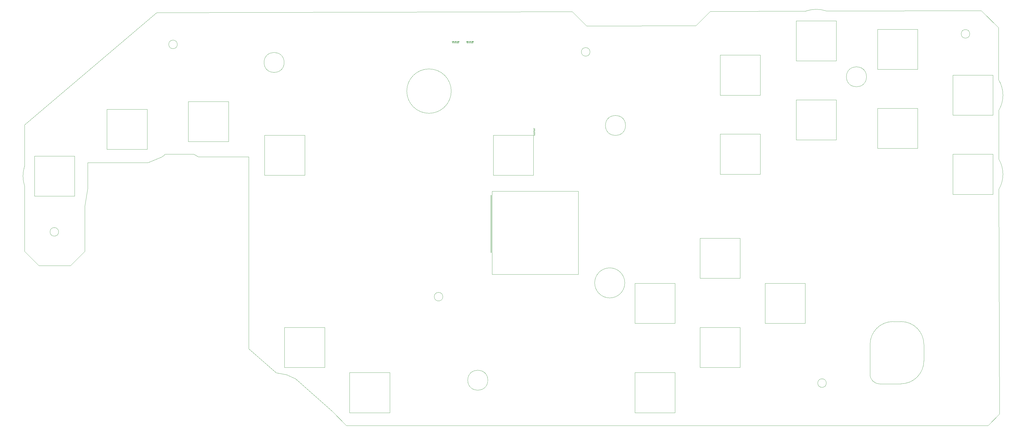
<source format=gbr>
G04 #@! TF.GenerationSoftware,KiCad,Pcbnew,(6.0.7)*
G04 #@! TF.CreationDate,2023-01-13T02:25:48-06:00*
G04 #@! TF.ProjectId,OpenRectangle,4f70656e-5265-4637-9461-6e676c652e6b,rev?*
G04 #@! TF.SameCoordinates,Original*
G04 #@! TF.FileFunction,Other,Comment*
%FSLAX46Y46*%
G04 Gerber Fmt 4.6, Leading zero omitted, Abs format (unit mm)*
G04 Created by KiCad (PCBNEW (6.0.7)) date 2023-01-13 02:25:48*
%MOMM*%
%LPD*%
G01*
G04 APERTURE LIST*
%ADD10C,0.100000*%
%ADD11C,0.150000*%
%ADD12C,0.030000*%
%ADD13C,0.070000*%
G04 APERTURE END LIST*
D10*
X325513500Y-44322866D02*
X339513500Y-44322866D01*
X118673500Y-41928866D02*
G75*
G03*
X118673500Y-41928866I-3500000J0D01*
G01*
X176923500Y-51928866D02*
G75*
G03*
X176923500Y-51928866I-7750000J0D01*
G01*
X240938500Y-133062866D02*
X254938500Y-133062866D01*
X173996134Y-123745862D02*
G75*
G03*
X173996134Y-123745862I-1500000J0D01*
G01*
X341673534Y-140428866D02*
G75*
G03*
X333673503Y-132428866I-8000034J-34D01*
G01*
X140396446Y-168739635D02*
X135475773Y-163818962D01*
X132805500Y-148477866D02*
X132805500Y-134477866D01*
X88702964Y-74878792D02*
X87173499Y-73928865D01*
X115908718Y-150308906D02*
X106304608Y-141928866D01*
X191578500Y-67326866D02*
X191578500Y-81326866D01*
X270640500Y-39343866D02*
X270640500Y-53343866D01*
X50173498Y-76928865D02*
X50173498Y-85928865D01*
X367667800Y-29778324D02*
X367713776Y-47912903D01*
X339513500Y-71932866D02*
X339513500Y-57932866D01*
X106304608Y-141928866D02*
X106304608Y-74878792D01*
X221173501Y-115928866D02*
X221173501Y-86928865D01*
X277625500Y-117292866D02*
X277625500Y-103292866D01*
X191173500Y-86928865D02*
X191173500Y-115928866D01*
X365736500Y-73968866D02*
X351736500Y-73968866D01*
X70918500Y-72289866D02*
X70918500Y-58289866D01*
X325513500Y-57932866D02*
X325513500Y-71932866D01*
X322923534Y-150928866D02*
G75*
G03*
X326173500Y-154178866I3249966J-34D01*
G01*
X225290238Y-38224765D02*
G75*
G03*
X225290238Y-38224765I-1500000J0D01*
G01*
X330923500Y-132428900D02*
G75*
G03*
X322923500Y-140428866I0J-8000000D01*
G01*
X240938500Y-164247866D02*
X254938500Y-164247866D01*
X191578500Y-81326866D02*
X205578500Y-81326866D01*
X270640500Y-53343866D02*
X284640500Y-53343866D01*
X141493500Y-164246866D02*
X155493500Y-164246866D01*
X33173498Y-112928865D02*
X28173498Y-107928865D01*
X240938500Y-119062866D02*
X240938500Y-133062866D01*
X205578500Y-67326866D02*
X191578500Y-67326866D01*
X263625500Y-103292866D02*
X263625500Y-117292866D01*
D11*
X190860000Y-88285000D02*
X190860000Y-108315000D01*
D10*
X76104764Y-74878792D02*
X71173499Y-76928865D01*
X284640500Y-80952866D02*
X284640500Y-66952866D01*
X286282500Y-133062866D02*
X300282500Y-133062866D01*
X364020105Y-168739635D02*
X140396446Y-168739635D01*
X28173498Y-63718031D02*
X74218180Y-24528329D01*
X28173500Y-78204101D02*
G75*
G03*
X28173498Y-84981632I10465000J-3388769D01*
G01*
X333673503Y-154178903D02*
G75*
G03*
X341673503Y-146178866I-3J8000003D01*
G01*
X367741305Y-58759258D02*
G75*
G03*
X367713776Y-47912903I-9004805J5400358D01*
G01*
X270640500Y-66952866D02*
X270640500Y-80952866D01*
X118805500Y-148477866D02*
X132805500Y-148477866D01*
X191173500Y-115928866D02*
X221173501Y-115928866D01*
X49173498Y-92121746D02*
X49173498Y-107928865D01*
X311158500Y-68957866D02*
X311158500Y-54957866D01*
X111846500Y-67326866D02*
X111846500Y-81326866D01*
X189673500Y-152928866D02*
G75*
G03*
X189673500Y-152928866I-3500000J0D01*
G01*
X311158500Y-41347866D02*
X311158500Y-27347866D01*
X81438656Y-35609145D02*
G75*
G03*
X81438656Y-35609145I-1500000J0D01*
G01*
X85274500Y-55563866D02*
X85274500Y-69563866D01*
X28173498Y-107928865D02*
X28173498Y-84981632D01*
X99274500Y-69563866D02*
X99274500Y-55563866D01*
X297158500Y-68957866D02*
X311158500Y-68957866D01*
X44173498Y-112928865D02*
X33173498Y-112928865D01*
X135475773Y-163818962D02*
X122673499Y-152428866D01*
X237673500Y-63928866D02*
G75*
G03*
X237673500Y-63928866I-3500000J0D01*
G01*
X341673503Y-146178866D02*
X341673503Y-140428866D01*
X263625500Y-117292866D02*
X277625500Y-117292866D01*
X307708268Y-23936375D02*
X361688997Y-23799520D01*
X40051918Y-101092807D02*
G75*
G03*
X40051918Y-101092807I-1500000J0D01*
G01*
X237423500Y-118928866D02*
G75*
G03*
X237423500Y-118928866I-5250000J0D01*
G01*
X365736500Y-46358866D02*
X351736500Y-46358866D01*
X263625500Y-134477866D02*
X263625500Y-148477866D01*
X205578500Y-81326866D02*
X205578500Y-67326866D01*
X351736500Y-73968866D02*
X351736500Y-87968866D01*
X351736500Y-60358866D02*
X365736500Y-60358866D01*
X191578500Y-81326866D02*
X205578500Y-81326866D01*
X71173499Y-76928865D02*
X50173498Y-76928865D01*
X155493500Y-150246866D02*
X141493500Y-150246866D01*
X31638500Y-74592866D02*
X31638500Y-88592866D01*
X141493500Y-150246866D02*
X141493500Y-164246866D01*
X262173501Y-29051817D02*
X267173485Y-24039140D01*
X50173498Y-85928865D02*
X49173498Y-92121746D01*
X325513500Y-30322866D02*
X325513500Y-44322866D01*
X307673502Y-153928866D02*
G75*
G03*
X307673502Y-153928866I-1500000J0D01*
G01*
X267173485Y-24039140D02*
X300555987Y-23954508D01*
X367810973Y-86251284D02*
X368009960Y-164739651D01*
X28173498Y-78204100D02*
X28173498Y-63718031D01*
X240938500Y-150247866D02*
X240938500Y-164247866D01*
X326173500Y-154178866D02*
X333673503Y-154178866D01*
X311158500Y-27347866D02*
X297158500Y-27347866D01*
X74218180Y-24528329D02*
X219057856Y-24161125D01*
X205578500Y-67326866D02*
X191578500Y-67326866D01*
X45638500Y-88592866D02*
X45638500Y-74592866D01*
X31638500Y-88592866D02*
X45638500Y-88592866D01*
X70918500Y-58289866D02*
X56918500Y-58289866D01*
X56918500Y-72289866D02*
X70918500Y-72289866D01*
X191578500Y-67326866D02*
X191578500Y-81326866D01*
X254938500Y-119062866D02*
X240938500Y-119062866D01*
X119517015Y-150994132D02*
X115908718Y-150308906D01*
X277625500Y-103292866D02*
X263625500Y-103292866D01*
X125846500Y-81326866D02*
X125846500Y-67326866D01*
X367811002Y-86251301D02*
G75*
G03*
X367784072Y-75640505I-9074502J5282401D01*
G01*
X300282500Y-133062866D02*
X300282500Y-119062866D01*
X351736500Y-87968866D02*
X365736500Y-87968866D01*
X45638500Y-74592866D02*
X31638500Y-74592866D01*
X339513500Y-30322866D02*
X325513500Y-30322866D01*
X325513500Y-71932866D02*
X339513500Y-71932866D01*
X311158500Y-54957866D02*
X297158500Y-54957866D01*
X221173501Y-86928865D02*
X191173500Y-86928865D01*
X300282500Y-119062866D02*
X286282500Y-119062866D01*
X254938500Y-150247866D02*
X240938500Y-150247866D01*
X297158500Y-54957866D02*
X297158500Y-68957866D01*
X122673499Y-152428866D02*
X119517015Y-150994132D01*
X297158500Y-41347866D02*
X311158500Y-41347866D01*
X118805500Y-134477866D02*
X118805500Y-148477866D01*
X365736500Y-60358866D02*
X365736500Y-46358866D01*
X339513500Y-44322866D02*
X339513500Y-30322866D01*
X205578500Y-81326866D02*
X205578500Y-67326866D01*
X106304608Y-74878792D02*
X88702964Y-74878792D01*
X365736500Y-87968866D02*
X365736500Y-73968866D01*
X351736500Y-46358866D02*
X351736500Y-60358866D01*
X277625500Y-148477866D02*
X277625500Y-134477866D01*
X321673500Y-46928866D02*
G75*
G03*
X321673500Y-46928866I-3500000J0D01*
G01*
X132805500Y-134477866D02*
X118805500Y-134477866D01*
X56918500Y-58289866D02*
X56918500Y-72289866D01*
X368009960Y-164739651D02*
X364020105Y-168739635D01*
X155493500Y-164246866D02*
X155493500Y-150246866D01*
X286282500Y-119062866D02*
X286282500Y-133062866D01*
X322923500Y-140428866D02*
X322923500Y-150928866D01*
X339513500Y-57932866D02*
X325513500Y-57932866D01*
X219057856Y-24161125D02*
X224057840Y-29148449D01*
X87173499Y-73928865D02*
X77173499Y-73928865D01*
X254938500Y-164247866D02*
X254938500Y-150247866D01*
X361688997Y-23799520D02*
X367667800Y-29778324D01*
X284640500Y-53343866D02*
X284640500Y-39343866D01*
X284640500Y-66952866D02*
X270640500Y-66952866D01*
X77173499Y-73928865D02*
X76104764Y-74878792D01*
X85274500Y-69563866D02*
X99274500Y-69563866D01*
X263625500Y-148477866D02*
X277625500Y-148477866D01*
X284640500Y-39343866D02*
X270640500Y-39343866D01*
X111846500Y-81326866D02*
X125846500Y-81326866D01*
X125846500Y-67326866D02*
X111846500Y-67326866D01*
X270640500Y-80952866D02*
X284640500Y-80952866D01*
X277625500Y-134477866D02*
X263625500Y-134477866D01*
X49173498Y-107928865D02*
X44173498Y-112928865D01*
X357673500Y-31928866D02*
G75*
G03*
X357673500Y-31928866I-1500000J0D01*
G01*
X254938500Y-133062866D02*
X254938500Y-119062866D01*
X307708268Y-23936375D02*
G75*
G03*
X300555987Y-23954508I-3549768J-10411525D01*
G01*
X224057840Y-29148449D02*
X262173501Y-29051817D01*
X367741274Y-58759240D02*
X367784072Y-75640505D01*
X333673503Y-132428866D02*
X330923500Y-132428866D01*
X99274500Y-55563866D02*
X85274500Y-55563866D01*
X297158500Y-27347866D02*
X297158500Y-41347866D01*
D12*
G04 #@! TO.C,SW41*
X177215714Y-34710476D02*
X177215714Y-34510476D01*
X177330000Y-34710476D02*
X177244285Y-34596190D01*
X177330000Y-34510476D02*
X177215714Y-34624761D01*
X177415714Y-34605714D02*
X177482380Y-34605714D01*
X177510952Y-34710476D02*
X177415714Y-34710476D01*
X177415714Y-34510476D01*
X177510952Y-34510476D01*
X177596666Y-34605714D02*
X177663333Y-34605714D01*
X177691904Y-34710476D02*
X177596666Y-34710476D01*
X177596666Y-34510476D01*
X177691904Y-34510476D01*
X177777619Y-34710476D02*
X177777619Y-34510476D01*
X177853809Y-34510476D01*
X177872857Y-34520000D01*
X177882380Y-34529523D01*
X177891904Y-34548571D01*
X177891904Y-34577142D01*
X177882380Y-34596190D01*
X177872857Y-34605714D01*
X177853809Y-34615238D01*
X177777619Y-34615238D01*
X177977619Y-34634285D02*
X178130000Y-34634285D01*
X178263333Y-34510476D02*
X178301428Y-34510476D01*
X178320476Y-34520000D01*
X178339523Y-34539047D01*
X178349047Y-34577142D01*
X178349047Y-34643809D01*
X178339523Y-34681904D01*
X178320476Y-34700952D01*
X178301428Y-34710476D01*
X178263333Y-34710476D01*
X178244285Y-34700952D01*
X178225238Y-34681904D01*
X178215714Y-34643809D01*
X178215714Y-34577142D01*
X178225238Y-34539047D01*
X178244285Y-34520000D01*
X178263333Y-34510476D01*
X178434761Y-34510476D02*
X178434761Y-34672380D01*
X178444285Y-34691428D01*
X178453809Y-34700952D01*
X178472857Y-34710476D01*
X178510952Y-34710476D01*
X178530000Y-34700952D01*
X178539523Y-34691428D01*
X178549047Y-34672380D01*
X178549047Y-34510476D01*
X178615714Y-34510476D02*
X178730000Y-34510476D01*
X178672857Y-34710476D02*
X178672857Y-34510476D01*
X178930000Y-34510476D02*
X179063333Y-34510476D01*
X178930000Y-34710476D01*
X179063333Y-34710476D01*
X179177619Y-34510476D02*
X179215714Y-34510476D01*
X179234761Y-34520000D01*
X179253809Y-34539047D01*
X179263333Y-34577142D01*
X179263333Y-34643809D01*
X179253809Y-34681904D01*
X179234761Y-34700952D01*
X179215714Y-34710476D01*
X179177619Y-34710476D01*
X179158571Y-34700952D01*
X179139523Y-34681904D01*
X179130000Y-34643809D01*
X179130000Y-34577142D01*
X179139523Y-34539047D01*
X179158571Y-34520000D01*
X179177619Y-34510476D01*
X179349047Y-34710476D02*
X179349047Y-34510476D01*
X179463333Y-34710476D01*
X179463333Y-34510476D01*
X179558571Y-34605714D02*
X179625238Y-34605714D01*
X179653809Y-34710476D02*
X179558571Y-34710476D01*
X179558571Y-34510476D01*
X179653809Y-34510476D01*
X182215714Y-34710476D02*
X182215714Y-34510476D01*
X182330000Y-34710476D02*
X182244285Y-34596190D01*
X182330000Y-34510476D02*
X182215714Y-34624761D01*
X182415714Y-34605714D02*
X182482380Y-34605714D01*
X182510952Y-34710476D02*
X182415714Y-34710476D01*
X182415714Y-34510476D01*
X182510952Y-34510476D01*
X182596666Y-34605714D02*
X182663333Y-34605714D01*
X182691904Y-34710476D02*
X182596666Y-34710476D01*
X182596666Y-34510476D01*
X182691904Y-34510476D01*
X182777619Y-34710476D02*
X182777619Y-34510476D01*
X182853809Y-34510476D01*
X182872857Y-34520000D01*
X182882380Y-34529523D01*
X182891904Y-34548571D01*
X182891904Y-34577142D01*
X182882380Y-34596190D01*
X182872857Y-34605714D01*
X182853809Y-34615238D01*
X182777619Y-34615238D01*
X182977619Y-34634285D02*
X183130000Y-34634285D01*
X183263333Y-34510476D02*
X183301428Y-34510476D01*
X183320476Y-34520000D01*
X183339523Y-34539047D01*
X183349047Y-34577142D01*
X183349047Y-34643809D01*
X183339523Y-34681904D01*
X183320476Y-34700952D01*
X183301428Y-34710476D01*
X183263333Y-34710476D01*
X183244285Y-34700952D01*
X183225238Y-34681904D01*
X183215714Y-34643809D01*
X183215714Y-34577142D01*
X183225238Y-34539047D01*
X183244285Y-34520000D01*
X183263333Y-34510476D01*
X183434761Y-34510476D02*
X183434761Y-34672380D01*
X183444285Y-34691428D01*
X183453809Y-34700952D01*
X183472857Y-34710476D01*
X183510952Y-34710476D01*
X183530000Y-34700952D01*
X183539523Y-34691428D01*
X183549047Y-34672380D01*
X183549047Y-34510476D01*
X183615714Y-34510476D02*
X183730000Y-34510476D01*
X183672857Y-34710476D02*
X183672857Y-34510476D01*
X183930000Y-34510476D02*
X184063333Y-34510476D01*
X183930000Y-34710476D01*
X184063333Y-34710476D01*
X184177619Y-34510476D02*
X184215714Y-34510476D01*
X184234761Y-34520000D01*
X184253809Y-34539047D01*
X184263333Y-34577142D01*
X184263333Y-34643809D01*
X184253809Y-34681904D01*
X184234761Y-34700952D01*
X184215714Y-34710476D01*
X184177619Y-34710476D01*
X184158571Y-34700952D01*
X184139523Y-34681904D01*
X184130000Y-34643809D01*
X184130000Y-34577142D01*
X184139523Y-34539047D01*
X184158571Y-34520000D01*
X184177619Y-34510476D01*
X184349047Y-34710476D02*
X184349047Y-34510476D01*
X184463333Y-34710476D01*
X184463333Y-34510476D01*
X184558571Y-34605714D02*
X184625238Y-34605714D01*
X184653809Y-34710476D02*
X184558571Y-34710476D01*
X184558571Y-34510476D01*
X184653809Y-34510476D01*
X177349047Y-35110476D02*
X177349047Y-34910476D01*
X177463333Y-35110476D01*
X177463333Y-34910476D01*
X177587142Y-35110476D02*
X177568095Y-35100952D01*
X177558571Y-35091428D01*
X177549047Y-35072380D01*
X177549047Y-35015238D01*
X177558571Y-34996190D01*
X177568095Y-34986666D01*
X177587142Y-34977142D01*
X177615714Y-34977142D01*
X177634761Y-34986666D01*
X177644285Y-34996190D01*
X177653809Y-35015238D01*
X177653809Y-35072380D01*
X177644285Y-35091428D01*
X177634761Y-35100952D01*
X177615714Y-35110476D01*
X177587142Y-35110476D01*
X177958571Y-35005714D02*
X177891904Y-35005714D01*
X177891904Y-35110476D02*
X177891904Y-34910476D01*
X177987142Y-34910476D01*
X178063333Y-35091428D02*
X178072857Y-35100952D01*
X178063333Y-35110476D01*
X178053809Y-35100952D01*
X178063333Y-35091428D01*
X178063333Y-35110476D01*
X178272857Y-35091428D02*
X178263333Y-35100952D01*
X178234761Y-35110476D01*
X178215714Y-35110476D01*
X178187142Y-35100952D01*
X178168095Y-35081904D01*
X178158571Y-35062857D01*
X178149047Y-35024761D01*
X178149047Y-34996190D01*
X178158571Y-34958095D01*
X178168095Y-34939047D01*
X178187142Y-34920000D01*
X178215714Y-34910476D01*
X178234761Y-34910476D01*
X178263333Y-34920000D01*
X178272857Y-34929523D01*
X178444285Y-34977142D02*
X178444285Y-35110476D01*
X178358571Y-34977142D02*
X178358571Y-35081904D01*
X178368095Y-35100952D01*
X178387142Y-35110476D01*
X178415714Y-35110476D01*
X178434761Y-35100952D01*
X178444285Y-35091428D01*
X178663333Y-34977142D02*
X178739523Y-34977142D01*
X178691904Y-34910476D02*
X178691904Y-35081904D01*
X178701428Y-35100952D01*
X178720476Y-35110476D01*
X178739523Y-35110476D01*
X178806190Y-35110476D02*
X178806190Y-34977142D01*
X178806190Y-35015238D02*
X178815714Y-34996190D01*
X178825238Y-34986666D01*
X178844285Y-34977142D01*
X178863333Y-34977142D01*
X179015714Y-35110476D02*
X179015714Y-35005714D01*
X179006190Y-34986666D01*
X178987142Y-34977142D01*
X178949047Y-34977142D01*
X178930000Y-34986666D01*
X179015714Y-35100952D02*
X178996666Y-35110476D01*
X178949047Y-35110476D01*
X178930000Y-35100952D01*
X178920476Y-35081904D01*
X178920476Y-35062857D01*
X178930000Y-35043809D01*
X178949047Y-35034285D01*
X178996666Y-35034285D01*
X179015714Y-35024761D01*
X179196666Y-35100952D02*
X179177619Y-35110476D01*
X179139523Y-35110476D01*
X179120476Y-35100952D01*
X179110952Y-35091428D01*
X179101428Y-35072380D01*
X179101428Y-35015238D01*
X179110952Y-34996190D01*
X179120476Y-34986666D01*
X179139523Y-34977142D01*
X179177619Y-34977142D01*
X179196666Y-34986666D01*
X179282380Y-35110476D02*
X179282380Y-34910476D01*
X179301428Y-35034285D02*
X179358571Y-35110476D01*
X179358571Y-34977142D02*
X179282380Y-35053333D01*
X179434761Y-35100952D02*
X179453809Y-35110476D01*
X179491904Y-35110476D01*
X179510952Y-35100952D01*
X179520476Y-35081904D01*
X179520476Y-35072380D01*
X179510952Y-35053333D01*
X179491904Y-35043809D01*
X179463333Y-35043809D01*
X179444285Y-35034285D01*
X179434761Y-35015238D01*
X179434761Y-35005714D01*
X179444285Y-34986666D01*
X179463333Y-34977142D01*
X179491904Y-34977142D01*
X179510952Y-34986666D01*
X182349047Y-35110476D02*
X182349047Y-34910476D01*
X182463333Y-35110476D01*
X182463333Y-34910476D01*
X182587142Y-35110476D02*
X182568095Y-35100952D01*
X182558571Y-35091428D01*
X182549047Y-35072380D01*
X182549047Y-35015238D01*
X182558571Y-34996190D01*
X182568095Y-34986666D01*
X182587142Y-34977142D01*
X182615714Y-34977142D01*
X182634761Y-34986666D01*
X182644285Y-34996190D01*
X182653809Y-35015238D01*
X182653809Y-35072380D01*
X182644285Y-35091428D01*
X182634761Y-35100952D01*
X182615714Y-35110476D01*
X182587142Y-35110476D01*
X182958571Y-35005714D02*
X182891904Y-35005714D01*
X182891904Y-35110476D02*
X182891904Y-34910476D01*
X182987142Y-34910476D01*
X183063333Y-35091428D02*
X183072857Y-35100952D01*
X183063333Y-35110476D01*
X183053809Y-35100952D01*
X183063333Y-35091428D01*
X183063333Y-35110476D01*
X183272857Y-35091428D02*
X183263333Y-35100952D01*
X183234761Y-35110476D01*
X183215714Y-35110476D01*
X183187142Y-35100952D01*
X183168095Y-35081904D01*
X183158571Y-35062857D01*
X183149047Y-35024761D01*
X183149047Y-34996190D01*
X183158571Y-34958095D01*
X183168095Y-34939047D01*
X183187142Y-34920000D01*
X183215714Y-34910476D01*
X183234761Y-34910476D01*
X183263333Y-34920000D01*
X183272857Y-34929523D01*
X183444285Y-34977142D02*
X183444285Y-35110476D01*
X183358571Y-34977142D02*
X183358571Y-35081904D01*
X183368095Y-35100952D01*
X183387142Y-35110476D01*
X183415714Y-35110476D01*
X183434761Y-35100952D01*
X183444285Y-35091428D01*
X183663333Y-34977142D02*
X183739523Y-34977142D01*
X183691904Y-34910476D02*
X183691904Y-35081904D01*
X183701428Y-35100952D01*
X183720476Y-35110476D01*
X183739523Y-35110476D01*
X183806190Y-35110476D02*
X183806190Y-34977142D01*
X183806190Y-35015238D02*
X183815714Y-34996190D01*
X183825238Y-34986666D01*
X183844285Y-34977142D01*
X183863333Y-34977142D01*
X184015714Y-35110476D02*
X184015714Y-35005714D01*
X184006190Y-34986666D01*
X183987142Y-34977142D01*
X183949047Y-34977142D01*
X183930000Y-34986666D01*
X184015714Y-35100952D02*
X183996666Y-35110476D01*
X183949047Y-35110476D01*
X183930000Y-35100952D01*
X183920476Y-35081904D01*
X183920476Y-35062857D01*
X183930000Y-35043809D01*
X183949047Y-35034285D01*
X183996666Y-35034285D01*
X184015714Y-35024761D01*
X184196666Y-35100952D02*
X184177619Y-35110476D01*
X184139523Y-35110476D01*
X184120476Y-35100952D01*
X184110952Y-35091428D01*
X184101428Y-35072380D01*
X184101428Y-35015238D01*
X184110952Y-34996190D01*
X184120476Y-34986666D01*
X184139523Y-34977142D01*
X184177619Y-34977142D01*
X184196666Y-34986666D01*
X184282380Y-35110476D02*
X184282380Y-34910476D01*
X184301428Y-35034285D02*
X184358571Y-35110476D01*
X184358571Y-34977142D02*
X184282380Y-35053333D01*
X184434761Y-35100952D02*
X184453809Y-35110476D01*
X184491904Y-35110476D01*
X184510952Y-35100952D01*
X184520476Y-35081904D01*
X184520476Y-35072380D01*
X184510952Y-35053333D01*
X184491904Y-35043809D01*
X184463333Y-35043809D01*
X184444285Y-35034285D01*
X184434761Y-35015238D01*
X184434761Y-35005714D01*
X184444285Y-34986666D01*
X184463333Y-34977142D01*
X184491904Y-34977142D01*
X184510952Y-34986666D01*
D13*
G04 #@! TO.C,J2*
X206030952Y-67358095D02*
X205630952Y-67358095D01*
X206030952Y-67129523D02*
X205802380Y-67300952D01*
X205630952Y-67129523D02*
X205859523Y-67358095D01*
X205821428Y-66958095D02*
X205821428Y-66824761D01*
X206030952Y-66767619D02*
X206030952Y-66958095D01*
X205630952Y-66958095D01*
X205630952Y-66767619D01*
X205821428Y-66596190D02*
X205821428Y-66462857D01*
X206030952Y-66405714D02*
X206030952Y-66596190D01*
X205630952Y-66596190D01*
X205630952Y-66405714D01*
X206030952Y-66234285D02*
X205630952Y-66234285D01*
X205630952Y-66081904D01*
X205650000Y-66043809D01*
X205669047Y-66024761D01*
X205707142Y-66005714D01*
X205764285Y-66005714D01*
X205802380Y-66024761D01*
X205821428Y-66043809D01*
X205840476Y-66081904D01*
X205840476Y-66234285D01*
X205630952Y-65758095D02*
X205630952Y-65681904D01*
X205650000Y-65643809D01*
X205688095Y-65605714D01*
X205764285Y-65586666D01*
X205897619Y-65586666D01*
X205973809Y-65605714D01*
X206011904Y-65643809D01*
X206030952Y-65681904D01*
X206030952Y-65758095D01*
X206011904Y-65796190D01*
X205973809Y-65834285D01*
X205897619Y-65853333D01*
X205764285Y-65853333D01*
X205688095Y-65834285D01*
X205650000Y-65796190D01*
X205630952Y-65758095D01*
X205630952Y-65415238D02*
X205954761Y-65415238D01*
X205992857Y-65396190D01*
X206011904Y-65377142D01*
X206030952Y-65339047D01*
X206030952Y-65262857D01*
X206011904Y-65224761D01*
X205992857Y-65205714D01*
X205954761Y-65186666D01*
X205630952Y-65186666D01*
X205630952Y-65053333D02*
X205630952Y-64824761D01*
X206030952Y-64939047D02*
X205630952Y-64939047D01*
G04 #@! TD*
M02*

</source>
